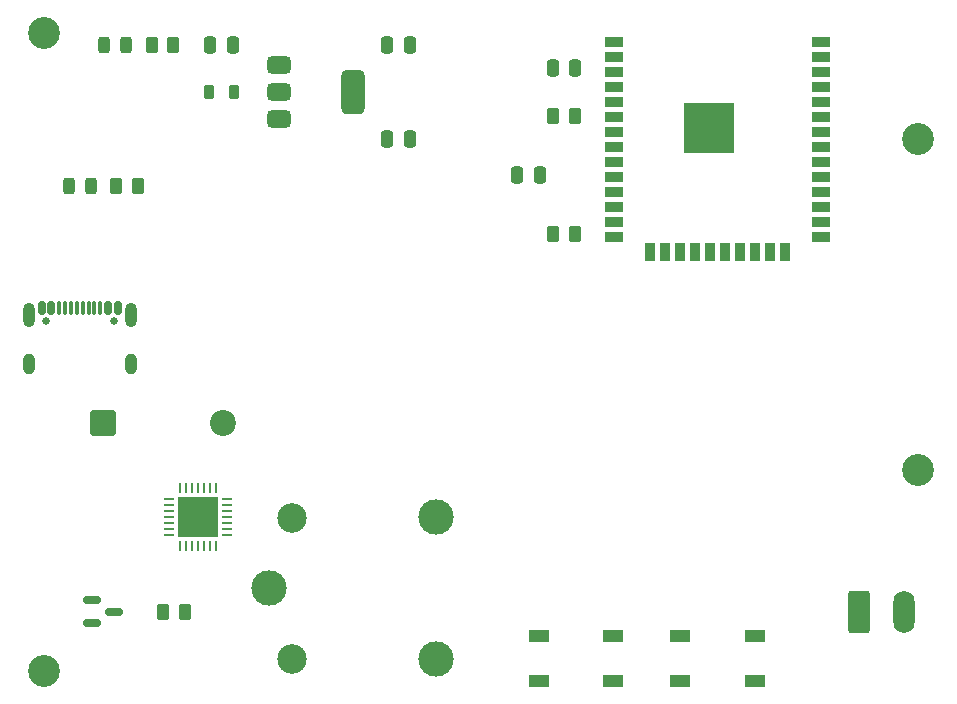
<source format=gts>
%TF.GenerationSoftware,KiCad,Pcbnew,9.0.7*%
%TF.CreationDate,2026-02-12T17:34:39-06:00*%
%TF.ProjectId,ESP32_Simple_IoT,45535033-325f-4536-996d-706c655f496f,rev?*%
%TF.SameCoordinates,Original*%
%TF.FileFunction,Soldermask,Top*%
%TF.FilePolarity,Negative*%
%FSLAX46Y46*%
G04 Gerber Fmt 4.6, Leading zero omitted, Abs format (unit mm)*
G04 Created by KiCad (PCBNEW 9.0.7) date 2026-02-12 17:34:39*
%MOMM*%
%LPD*%
G01*
G04 APERTURE LIST*
G04 Aperture macros list*
%AMRoundRect*
0 Rectangle with rounded corners*
0 $1 Rounding radius*
0 $2 $3 $4 $5 $6 $7 $8 $9 X,Y pos of 4 corners*
0 Add a 4 corners polygon primitive as box body*
4,1,4,$2,$3,$4,$5,$6,$7,$8,$9,$2,$3,0*
0 Add four circle primitives for the rounded corners*
1,1,$1+$1,$2,$3*
1,1,$1+$1,$4,$5*
1,1,$1+$1,$6,$7*
1,1,$1+$1,$8,$9*
0 Add four rect primitives between the rounded corners*
20,1,$1+$1,$2,$3,$4,$5,0*
20,1,$1+$1,$4,$5,$6,$7,0*
20,1,$1+$1,$6,$7,$8,$9,0*
20,1,$1+$1,$8,$9,$2,$3,0*%
G04 Aperture macros list end*
%ADD10RoundRect,0.150000X-0.587500X-0.150000X0.587500X-0.150000X0.587500X0.150000X-0.587500X0.150000X0*%
%ADD11RoundRect,0.062500X-0.337500X-0.062500X0.337500X-0.062500X0.337500X0.062500X-0.337500X0.062500X0*%
%ADD12RoundRect,0.062500X-0.062500X-0.337500X0.062500X-0.337500X0.062500X0.337500X-0.062500X0.337500X0*%
%ADD13R,3.350000X3.350000*%
%ADD14RoundRect,0.218750X-0.218750X-0.381250X0.218750X-0.381250X0.218750X0.381250X-0.218750X0.381250X0*%
%ADD15RoundRect,0.250000X-0.250000X-0.475000X0.250000X-0.475000X0.250000X0.475000X-0.250000X0.475000X0*%
%ADD16RoundRect,0.250000X-0.262500X-0.450000X0.262500X-0.450000X0.262500X0.450000X-0.262500X0.450000X0*%
%ADD17C,2.700000*%
%ADD18R,1.500000X0.900000*%
%ADD19R,0.900000X1.500000*%
%ADD20C,0.600000*%
%ADD21R,4.200000X4.200000*%
%ADD22C,3.000000*%
%ADD23C,2.500000*%
%ADD24RoundRect,0.249999X-0.850001X-0.850001X0.850001X-0.850001X0.850001X0.850001X-0.850001X0.850001X0*%
%ADD25C,2.200000*%
%ADD26RoundRect,0.243750X-0.243750X-0.456250X0.243750X-0.456250X0.243750X0.456250X-0.243750X0.456250X0*%
%ADD27RoundRect,0.250000X-0.650000X-1.550000X0.650000X-1.550000X0.650000X1.550000X-0.650000X1.550000X0*%
%ADD28O,1.800000X3.600000*%
%ADD29R,1.700000X1.000000*%
%ADD30C,0.650000*%
%ADD31RoundRect,0.150000X-0.150000X-0.425000X0.150000X-0.425000X0.150000X0.425000X-0.150000X0.425000X0*%
%ADD32RoundRect,0.075000X-0.075000X-0.500000X0.075000X-0.500000X0.075000X0.500000X-0.075000X0.500000X0*%
%ADD33O,1.000000X2.100000*%
%ADD34O,1.000000X1.800000*%
%ADD35RoundRect,0.375000X-0.625000X-0.375000X0.625000X-0.375000X0.625000X0.375000X-0.625000X0.375000X0*%
%ADD36RoundRect,0.500000X-0.500000X-1.400000X0.500000X-1.400000X0.500000X1.400000X-0.500000X1.400000X0*%
G04 APERTURE END LIST*
D10*
%TO.C,Q1*%
X7062500Y-51050000D03*
X7062500Y-52950000D03*
X8937500Y-52000000D03*
%TD*%
D11*
%TO.C,U3*%
X13550000Y-42500000D03*
X13550000Y-43000000D03*
X13550000Y-43500000D03*
X13550000Y-44000000D03*
X13550000Y-44500000D03*
X13550000Y-45000000D03*
X13550000Y-45500000D03*
D12*
X14500000Y-46450000D03*
X15000000Y-46450000D03*
X15500000Y-46450000D03*
X16000000Y-46450000D03*
X16500000Y-46450000D03*
X17000000Y-46450000D03*
X17500000Y-46450000D03*
D11*
X18450000Y-45500000D03*
X18450000Y-45000000D03*
X18450000Y-44500000D03*
X18450000Y-44000000D03*
X18450000Y-43500000D03*
X18450000Y-43000000D03*
X18450000Y-42500000D03*
D12*
X17500000Y-41550000D03*
X17000000Y-41550000D03*
X16500000Y-41550000D03*
X16000000Y-41550000D03*
X15500000Y-41550000D03*
X15000000Y-41550000D03*
X14500000Y-41550000D03*
D13*
X16000000Y-44000000D03*
%TD*%
D14*
%TO.C,FB1*%
X16937500Y-8000000D03*
X19062500Y-8000000D03*
%TD*%
D15*
%TO.C,C3*%
X32050000Y-12000000D03*
X33950000Y-12000000D03*
%TD*%
D16*
%TO.C,R1*%
X46087500Y-10000000D03*
X47912500Y-10000000D03*
%TD*%
D17*
%TO.C,H2*%
X77000000Y-12000000D03*
%TD*%
D15*
%TO.C,C5*%
X46050000Y-6000000D03*
X47950000Y-6000000D03*
%TD*%
%TO.C,C4*%
X43050000Y-15000000D03*
X44950000Y-15000000D03*
%TD*%
D17*
%TO.C,H4*%
X77000000Y-40000000D03*
%TD*%
D18*
%TO.C,U1*%
X51250000Y-3750000D03*
X51250000Y-5020000D03*
X51250000Y-6290000D03*
X51250000Y-7560000D03*
X51250000Y-8830000D03*
X51250000Y-10100000D03*
X51250000Y-11370000D03*
X51250000Y-12640000D03*
X51250000Y-13910000D03*
X51250000Y-15180000D03*
X51250000Y-16450000D03*
X51250000Y-17720000D03*
X51250000Y-18990000D03*
X51250000Y-20260000D03*
D19*
X54290000Y-21510000D03*
X55560000Y-21510000D03*
X56830000Y-21510000D03*
X58100000Y-21510000D03*
X59370000Y-21510000D03*
X60640000Y-21510000D03*
X61910000Y-21510000D03*
X63180000Y-21510000D03*
X64450000Y-21510000D03*
X65720000Y-21510000D03*
D18*
X68750000Y-20260000D03*
X68750000Y-18990000D03*
X68750000Y-17720000D03*
X68750000Y-16450000D03*
X68750000Y-15180000D03*
X68750000Y-13910000D03*
X68750000Y-12640000D03*
X68750000Y-11370000D03*
X68750000Y-10100000D03*
X68750000Y-8830000D03*
X68750000Y-7560000D03*
X68750000Y-6290000D03*
X68750000Y-5020000D03*
X68750000Y-3750000D03*
D20*
X57795000Y-10327500D03*
X57795000Y-11852500D03*
X58557500Y-9565000D03*
X58557500Y-11090000D03*
X58557500Y-12615000D03*
X59320000Y-10327500D03*
D21*
X59320000Y-11090000D03*
D20*
X59320000Y-11852500D03*
X60082500Y-9565000D03*
X60082500Y-11090000D03*
X60082500Y-12615000D03*
X60845000Y-10327500D03*
X60845000Y-11852500D03*
%TD*%
D22*
%TO.C,K1*%
X22000000Y-50000000D03*
D23*
X23950000Y-56050000D03*
D22*
X36150000Y-56050000D03*
X36200000Y-44000000D03*
D23*
X23950000Y-44050000D03*
%TD*%
D16*
%TO.C,R3*%
X13087500Y-52000000D03*
X14912500Y-52000000D03*
%TD*%
D24*
%TO.C,D1*%
X8000000Y-36000000D03*
D25*
X18160000Y-36000000D03*
%TD*%
D26*
%TO.C,D2*%
X8062500Y-4000000D03*
X9937500Y-4000000D03*
%TD*%
D27*
%TO.C,J2*%
X72000000Y-52000000D03*
D28*
X75810000Y-52000000D03*
%TD*%
D26*
%TO.C,D3*%
X5062500Y-16000000D03*
X6937500Y-16000000D03*
%TD*%
D15*
%TO.C,C1*%
X17050000Y-4000000D03*
X18950000Y-4000000D03*
%TD*%
D29*
%TO.C,SW1*%
X44850000Y-54100000D03*
X51150000Y-54100000D03*
X44850000Y-57900000D03*
X51150000Y-57900000D03*
%TD*%
D16*
%TO.C,R5*%
X9087500Y-16000000D03*
X10912500Y-16000000D03*
%TD*%
%TO.C,R2*%
X46087500Y-20000000D03*
X47912500Y-20000000D03*
%TD*%
D30*
%TO.C,J1*%
X3110000Y-27395000D03*
X8890000Y-27395000D03*
D31*
X2800000Y-26320000D03*
X3600000Y-26320000D03*
D32*
X4750000Y-26320000D03*
X5750000Y-26320000D03*
X6250000Y-26320000D03*
X7250000Y-26320000D03*
D31*
X8400000Y-26320000D03*
X9200000Y-26320000D03*
X9200000Y-26320000D03*
X8400000Y-26320000D03*
D32*
X7750000Y-26320000D03*
X6750000Y-26320000D03*
X5250000Y-26320000D03*
X4250000Y-26320000D03*
D31*
X3600000Y-26320000D03*
X2800000Y-26320000D03*
D33*
X1680000Y-26895000D03*
D34*
X1680000Y-31075000D03*
D33*
X10320000Y-26895000D03*
D34*
X10320000Y-31075000D03*
%TD*%
D17*
%TO.C,H3*%
X3000000Y-57000000D03*
%TD*%
%TO.C,H1*%
X3000000Y-3000000D03*
%TD*%
D35*
%TO.C,U2*%
X22850000Y-5700000D03*
X22850000Y-8000000D03*
D36*
X29150000Y-8000000D03*
D35*
X22850000Y-10300000D03*
%TD*%
D29*
%TO.C,SW2*%
X56850000Y-54100000D03*
X63150000Y-54100000D03*
X56850000Y-57900000D03*
X63150000Y-57900000D03*
%TD*%
D16*
%TO.C,R4*%
X12087500Y-4000000D03*
X13912500Y-4000000D03*
%TD*%
D15*
%TO.C,C2*%
X32050000Y-4000000D03*
X33950000Y-4000000D03*
%TD*%
M02*

</source>
